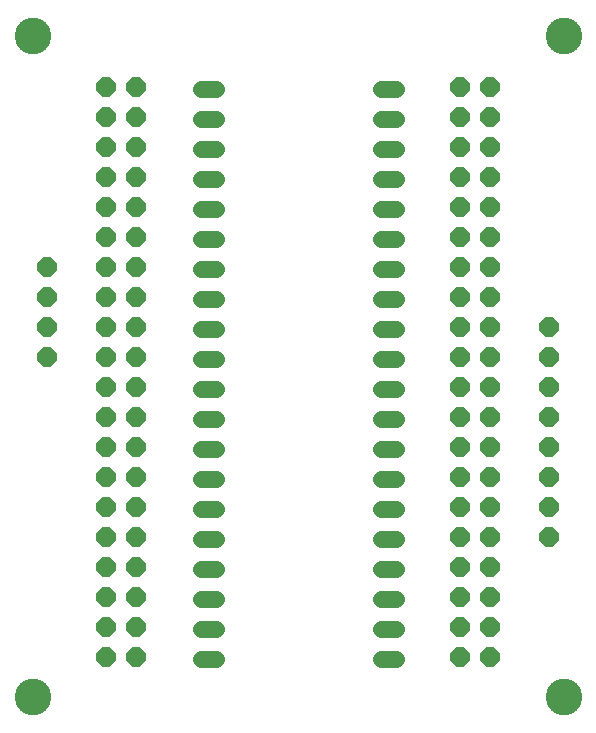
<source format=gbr>
G04 EAGLE Gerber RS-274X export*
G75*
%MOMM*%
%FSLAX34Y34*%
%LPD*%
%INSoldermask Top*%
%IPPOS*%
%AMOC8*
5,1,8,0,0,1.08239X$1,22.5*%
G01*
%ADD10C,3.100000*%
%ADD11C,1.400000*%
%ADD12P,1.757801X8X292.500000*%
%ADD13P,1.757801X8X112.500000*%


D10*
X30000Y590000D03*
X480000Y590000D03*
X480000Y30000D03*
X30000Y30000D03*
D11*
X172300Y544900D02*
X185300Y544900D01*
X185300Y519500D02*
X172300Y519500D01*
X172300Y494100D02*
X185300Y494100D01*
X185300Y468700D02*
X172300Y468700D01*
X172300Y443300D02*
X185300Y443300D01*
X185300Y417900D02*
X172300Y417900D01*
X172300Y392500D02*
X185300Y392500D01*
X185300Y367100D02*
X172300Y367100D01*
X172300Y341700D02*
X185300Y341700D01*
X185300Y316300D02*
X172300Y316300D01*
X172300Y290900D02*
X185300Y290900D01*
X185300Y265500D02*
X172300Y265500D01*
X172300Y240100D02*
X185300Y240100D01*
X185300Y214700D02*
X172300Y214700D01*
X172300Y189300D02*
X185300Y189300D01*
X185300Y163900D02*
X172300Y163900D01*
X172300Y138500D02*
X185300Y138500D01*
X185300Y113100D02*
X172300Y113100D01*
X172300Y87700D02*
X185300Y87700D01*
X185300Y62300D02*
X172300Y62300D01*
X324700Y544900D02*
X337700Y544900D01*
X337700Y519500D02*
X324700Y519500D01*
X324700Y494100D02*
X337700Y494100D01*
X337700Y468700D02*
X324700Y468700D01*
X324700Y443300D02*
X337700Y443300D01*
X337700Y417900D02*
X324700Y417900D01*
X324700Y392500D02*
X337700Y392500D01*
X337700Y367100D02*
X324700Y367100D01*
X324700Y341700D02*
X337700Y341700D01*
X337700Y316300D02*
X324700Y316300D01*
X324700Y290900D02*
X337700Y290900D01*
X337700Y265500D02*
X324700Y265500D01*
X324700Y240100D02*
X337700Y240100D01*
X337700Y214700D02*
X324700Y214700D01*
X324700Y189300D02*
X337700Y189300D01*
X337700Y163900D02*
X324700Y163900D01*
X324700Y138500D02*
X337700Y138500D01*
X337700Y113100D02*
X324700Y113100D01*
X324700Y87700D02*
X337700Y87700D01*
X337700Y62300D02*
X324700Y62300D01*
D12*
X92300Y546300D03*
X117700Y546300D03*
X92300Y520900D03*
X117700Y520900D03*
X92300Y495500D03*
X117700Y495500D03*
X92300Y470100D03*
X117700Y470100D03*
X92300Y444700D03*
X117700Y444700D03*
X92300Y419300D03*
X117700Y419300D03*
X92300Y393900D03*
X117700Y393900D03*
X92300Y368500D03*
X117700Y368500D03*
X92300Y343100D03*
X117700Y343100D03*
X92300Y317700D03*
X117700Y317700D03*
X92300Y292300D03*
X117700Y292300D03*
X92300Y266900D03*
X117700Y266900D03*
X92300Y241500D03*
X117700Y241500D03*
X92300Y216100D03*
X117700Y216100D03*
X92300Y190700D03*
X117700Y190700D03*
X92300Y165300D03*
X117700Y165300D03*
X92300Y139900D03*
X117700Y139900D03*
X92300Y114500D03*
X117700Y114500D03*
X92300Y89100D03*
X117700Y89100D03*
X92300Y63700D03*
X117700Y63700D03*
X392300Y546300D03*
X417700Y546300D03*
X392300Y520900D03*
X417700Y520900D03*
X392300Y495500D03*
X417700Y495500D03*
X392300Y470100D03*
X417700Y470100D03*
X392300Y444700D03*
X417700Y444700D03*
X392300Y419300D03*
X417700Y419300D03*
X392300Y393900D03*
X417700Y393900D03*
X392300Y368500D03*
X417700Y368500D03*
X392300Y343100D03*
X417700Y343100D03*
X392300Y317700D03*
X417700Y317700D03*
X392300Y292300D03*
X417700Y292300D03*
X392300Y266900D03*
X417700Y266900D03*
X392300Y241500D03*
X417700Y241500D03*
X392300Y216100D03*
X417700Y216100D03*
X392300Y190700D03*
X417700Y190700D03*
X392300Y165300D03*
X417700Y165300D03*
X392300Y139900D03*
X417700Y139900D03*
X392300Y114500D03*
X417700Y114500D03*
X392300Y89100D03*
X417700Y89100D03*
X392300Y63700D03*
X417700Y63700D03*
D13*
X467700Y165300D03*
X467700Y190700D03*
X467700Y216100D03*
X467700Y241500D03*
X467700Y266900D03*
X467700Y292300D03*
X467700Y317700D03*
X467700Y343100D03*
X42300Y317700D03*
X42300Y343100D03*
X42300Y368500D03*
X42300Y393900D03*
M02*

</source>
